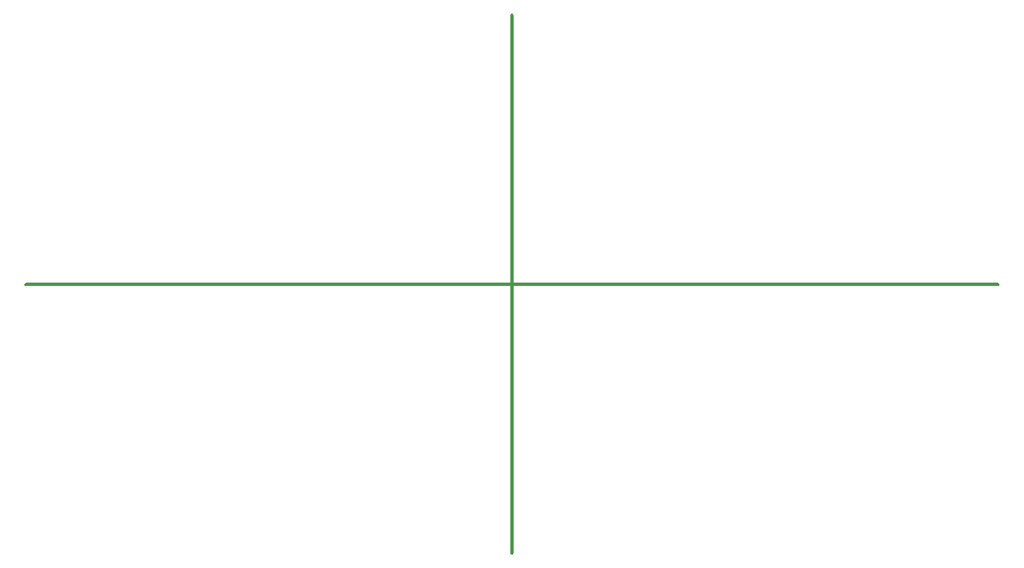
<source format=gbr>
%TF.GenerationSoftware,Altium Limited,Altium Designer,23.1.1 (15)*%
G04 Layer_Color=0*
%FSLAX45Y45*%
%MOMM*%
%TF.SameCoordinates,4CCFFED5-D059-4900-A68D-9618ACEA1AB5*%
%TF.FilePolarity,Positive*%
%TF.FileFunction,NonPlated,1,2,NPTH,Drill*%
%TF.Part,CustomerPanel*%
G01*
G75*
G36*
X10071062Y4064000D02*
Y4058940D01*
X10074934Y4049590D01*
X10082090Y4042434D01*
X10091440Y4038562D01*
X10101560D01*
X10110909Y4042434D01*
X10118065Y4049590D01*
X10121938Y4058940D01*
Y4064000D01*
D01*
Y8115300D01*
Y8120360D01*
X10118065Y8129709D01*
X10110909Y8136865D01*
X10101560Y8140738D01*
X10091440D01*
X10082090Y8136865D01*
X10074934Y8129709D01*
X10071062Y8120360D01*
Y8115300D01*
D01*
Y4064000D01*
D02*
G37*
G36*
Y8115300D02*
Y8110240D01*
X10074934Y8100890D01*
X10082090Y8093734D01*
X10091440Y8089862D01*
X10101560D01*
X10110909Y8093734D01*
X10118065Y8100890D01*
X10121938Y8110240D01*
Y8115300D01*
D01*
Y12179300D01*
Y12184360D01*
X10118065Y12193709D01*
X10110909Y12200865D01*
X10101560Y12204738D01*
X10091440D01*
X10082090Y12200865D01*
X10074934Y12193709D01*
X10071062Y12184360D01*
Y12179300D01*
D01*
Y8115300D01*
D02*
G37*
G36*
X2768600Y8089862D02*
X2763540D01*
X2754190Y8093734D01*
X2747034Y8100890D01*
X2743162Y8110240D01*
Y8120360D01*
X2747034Y8129709D01*
X2754190Y8136865D01*
X2763540Y8140738D01*
X2768600D01*
D01*
X10096500D01*
X10101560D01*
X10110909Y8136865D01*
X10118065Y8129709D01*
X10121938Y8120360D01*
Y8115300D01*
Y8110240D01*
X10118065Y8100890D01*
X10110909Y8093734D01*
X10101560Y8089862D01*
X10096500D01*
D01*
X2768600D01*
D02*
G37*
G36*
X10096500D02*
X10091440D01*
X10082090Y8093734D01*
X10074934Y8100890D01*
X10071062Y8110240D01*
Y8120360D01*
X10074934Y8129709D01*
X10082090Y8136865D01*
X10091440Y8140738D01*
X10096500D01*
D01*
X17424400D01*
X17429460D01*
X17438809Y8136865D01*
X17445966Y8129709D01*
X17449838Y8120360D01*
Y8115300D01*
Y8110240D01*
X17445966Y8100890D01*
X17438809Y8093734D01*
X17429460Y8089862D01*
X17424400D01*
D01*
X10096500D01*
D02*
G37*
%TF.MD5,fcee3e5e9cdad1cb7295b2e8e61a7149*%
M02*

</source>
